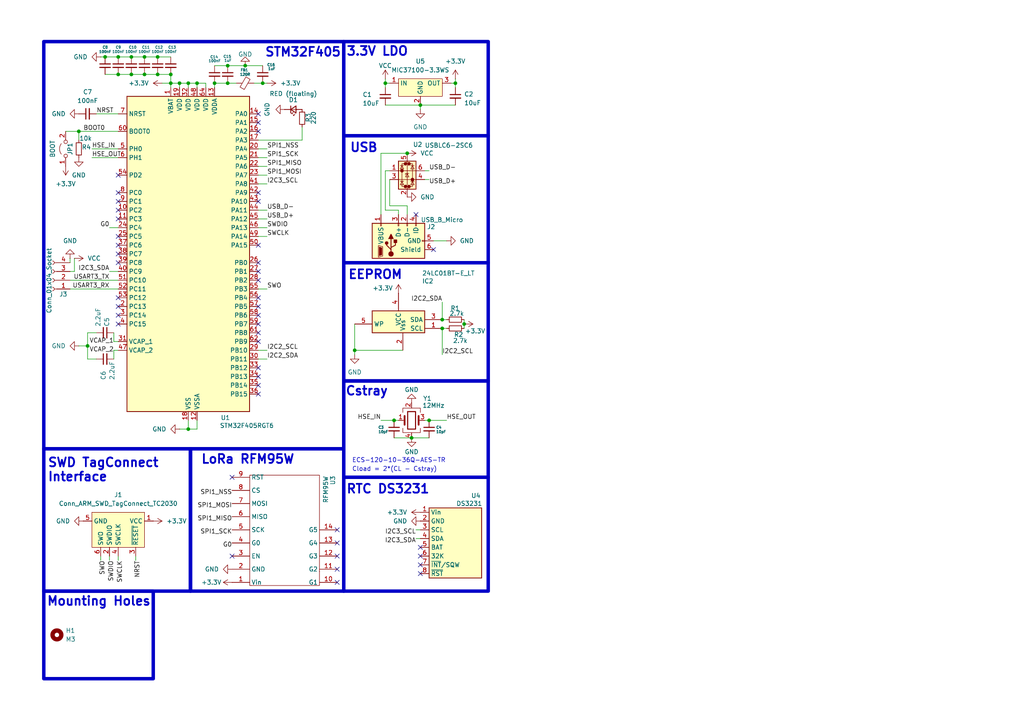
<source format=kicad_sch>
(kicad_sch (version 20250114) (generator "eeschema") (generator_version "9.0")
  (paper "A4")
  (lib_symbols
    (symbol "24LC01BT-E_LT:24LC01BT-E_LT"
      (property "Reference" "IC" (at 21.59 7.62 0))
      (property "Value" "24LC01BT-E_LT" (at 21.59 5.08 0))
      (symbol "24LC01BT-E_LT_1_1"
        (rectangle (start 5.08 2.54) (end 20.32 -3.81) (stroke (width 0.254)) (fill (type background)))
        (pin passive line (at 0 -1.27 0) (length 5.08) (name "WP") (number "5"))
        (pin passive line (at 12.7 7.62 270) (length 5.08) (name "VCC") (number "4"))
        (pin passive line (at 13.97 -8.89 90) (length 5.08) (name "Vss") (number "2"))
        (pin passive line (at 25.4 0 180) (length 5.08) (name "SDA") (number "3"))
        (pin passive line (at 25.4 -2.54 180) (length 5.08) (name "SCL") (number "1"))
      )
    )
    (symbol "Connector:Conn_01x04_Socket" (pin_names (offset 1.016) (hide yes))
      (property "Reference" "J" (at 0 5.08 0))
      (property "Value" "Conn_01x04_Socket" (at 0 -7.62 0))
      (symbol "Conn_01x04_Socket_1_1"
        (polyline (pts (xy -1.27 2.54) (xy -0.508 2.54)) (stroke (width 0.1524)))
        (polyline (pts (xy -1.27 0) (xy -0.508 0)) (stroke (width 0.1524)))
        (polyline (pts (xy -1.27 -2.54) (xy -0.508 -2.54)) (stroke (width 0.1524)))
        (polyline (pts (xy -1.27 -5.08) (xy -0.508 -5.08)) (stroke (width 0.1524)))
        (arc (start 0 2.032) (mid -0.5058 2.54) (end 0 3.048) (stroke (width 0.1524)))
        (arc (start 0 -0.508) (mid -0.5058 0) (end 0 0.508) (stroke (width 0.1524)))
        (arc (start 0 -3.048) (mid -0.5058 -2.54) (end 0 -2.032) (stroke (width 0.1524)))
        (arc (start 0 -5.588) (mid -0.5058 -5.08) (end 0 -4.572) (stroke (width 0.1524)))
        (pin passive line (at -5.08 2.54 0) (length 3.81) (name "Pin_1") (number "1"))
        (pin passive line (at -5.08 0 0) (length 3.81) (name "Pin_2") (number "2"))
        (pin passive line (at -5.08 -2.54 0) (length 3.81) (name "Pin_3") (number "3"))
        (pin passive line (at -5.08 -5.08 0) (length 3.81) (name "Pin_4") (number "4"))
      )
    )
    (symbol "Connector:Conn_ARM_SWD_TagConnect_TC2030" (in_bom no)
      (property "Reference" "J" (at 2.54 11.43 0))
      (property "Value" "Conn_ARM_SWD_TagConnect_TC2030" (at 5.08 8.89 0))
      (symbol "Conn_ARM_SWD_TagConnect_TC2030_0_0"
        (pin power_in line (at -2.54 10.16 270) (length 2.54) (name "VCC") (number "1"))
        (pin power_in line (at -2.54 -10.16 90) (length 2.54) (name "GND") (number "5"))
        (pin open_collector line (at 7.62 5.08 180) (length 2.54) (name "~{RESET}") (number "3"))
        (pin output line (at 7.62 0 180) (length 2.54) (name "SWCLK") (number "4"))
        (pin bidirectional line (at 7.62 -2.54 180) (length 2.54) (name "SWDIO") (number "2"))
        (pin input line (at 7.62 -5.08 180) (length 2.54) (name "SWO") (number "6"))
      )
      (symbol "Conn_ARM_SWD_TagConnect_TC2030_0_1"
        (rectangle (start -5.08 7.62) (end 5.08 -7.62) (fill (type background)))
      )
    )
    (symbol "Connector:USB_B_Micro" (pin_names (offset 1.016))
      (property "Reference" "J" (at -5.08 11.43 0))
      (property "Value" "USB_B_Micro" (at -5.08 8.89 0))
      (symbol "USB_B_Micro_0_1"
        (rectangle (start -5.08 -7.62) (end 5.08 7.62) (stroke (width 0.254)) (fill (type background)))
        (polyline (pts (xy -4.699 5.842) (xy -4.699 5.588) (xy -4.445 4.826) (xy -4.445 4.572) (xy -1.651 4.572) (xy -1.651 4.826) (xy -1.397 5.588) (xy -1.397 5.842) (xy -4.699 5.842)))
        (polyline (pts (xy -4.318 5.588) (xy -1.778 5.588) (xy -2.032 4.826) (xy -4.064 4.826) (xy -4.318 5.588)) (fill (type outline)))
        (circle (center -3.81 2.159) (radius 0.635) (stroke (width 0.254)) (fill (type outline)))
        (polyline (pts (xy -3.175 2.159) (xy -2.54 2.159) (xy -1.27 3.429) (xy -0.635 3.429)) (stroke (width 0.254)))
        (polyline (pts (xy -2.54 2.159) (xy -1.905 2.159) (xy -1.27 0.889) (xy 0 0.889)) (stroke (width 0.254)))
        (polyline (pts (xy -1.905 2.159) (xy 0.635 2.159)) (stroke (width 0.254)))
        (circle (center -0.635 3.429) (radius 0.381) (stroke (width 0.254)) (fill (type outline)))
        (rectangle (start -0.127 -7.62) (end 0.127 -6.858))
        (rectangle (start 0.254 1.27) (end -0.508 0.508) (stroke (width 0.254)) (fill (type outline)))
        (polyline (pts (xy 0.635 2.794) (xy 0.635 1.524) (xy 1.905 2.159) (xy 0.635 2.794)) (stroke (width 0.254)) (fill (type outline)))
        (rectangle (start 5.08 4.953) (end 4.318 5.207))
        (rectangle (start 5.08 -0.127) (end 4.318 0.127))
        (rectangle (start 5.08 -2.667) (end 4.318 -2.413))
        (rectangle (start 5.08 -5.207) (end 4.318 -4.953))
      )
      (symbol "USB_B_Micro_1_1"
        (pin passive line (at -2.54 -10.16 90) (length 2.54) (name "Shield") (number "6"))
        (pin power_out line (at 0 -10.16 90) (length 2.54) (name "GND") (number "5"))
        (pin power_out line (at 7.62 5.08 180) (length 2.54) (name "VBUS") (number "1"))
        (pin bidirectional line (at 7.62 0 180) (length 2.54) (name "D+") (number "3"))
        (pin bidirectional line (at 7.62 -2.54 180) (length 2.54) (name "D-") (number "2"))
        (pin passive line (at 7.62 -5.08 180) (length 2.54) (name "ID") (number "4"))
      )
    )
    (symbol "Device:C_Small" (pin_numbers (hide yes)) (pin_names (offset 0.254) (hide yes))
      (property "Reference" "C" (at 0.254 1.778 0))
      (property "Value" "C_Small" (at 0.254 -2.032 0))
      (symbol "C_Small_0_1"
        (polyline (pts (xy -1.524 0.508) (xy 1.524 0.508)) (stroke (width 0.3048)))
        (polyline (pts (xy -1.524 -0.508) (xy 1.524 -0.508)) (stroke (width 0.3302)))
      )
      (symbol "C_Small_1_1"
        (pin passive line (at 0 2.54 270) (length 2.032) (name "~") (number "1"))
        (pin passive line (at 0 -2.54 90) (length 2.032) (name "~") (number "2"))
      )
    )
    (symbol "Device:Crystal_GND24" (pin_names (offset 1.016) (hide yes))
      (property "Reference" "Y" (at 3.175 5.08 0))
      (property "Value" "Crystal_GND24" (at 3.175 3.175 0))
      (symbol "Crystal_GND24_0_1"
        (polyline (pts (xy -2.54 2.286) (xy -2.54 3.556) (xy 2.54 3.556) (xy 2.54 2.286)))
        (polyline (pts (xy -2.54 0) (xy -2.032 0)))
        (polyline (pts (xy -2.54 -2.286) (xy -2.54 -3.556) (xy 2.54 -3.556) (xy 2.54 -2.286)))
        (polyline (pts (xy -2.032 -1.27) (xy -2.032 1.27)) (stroke (width 0.508)))
        (rectangle (start -1.143 2.54) (end 1.143 -2.54) (stroke (width 0.3048)))
        (polyline (pts (xy 0 3.556) (xy 0 3.81)))
        (polyline (pts (xy 0 -3.81) (xy 0 -3.556)))
        (polyline (pts (xy 2.032 0) (xy 2.54 0)))
        (polyline (pts (xy 2.032 -1.27) (xy 2.032 1.27)) (stroke (width 0.508)))
      )
      (symbol "Crystal_GND24_1_1"
        (pin passive line (at -3.81 0 0) (length 1.27) (name "1") (number "1"))
        (pin passive line (at 0 5.08 270) (length 1.27) (name "2") (number "2"))
        (pin passive line (at 0 -5.08 90) (length 1.27) (name "4") (number "4"))
        (pin passive line (at 3.81 0 180) (length 1.27) (name "3") (number "3"))
      )
    )
    (symbol "Device:FerriteBead_Small" (pin_numbers (hide yes)) (pin_names (offset 0))
      (property "Reference" "FB" (at 1.905 1.27 0))
      (property "Value" "FerriteBead_Small" (at 1.905 -1.27 0))
      (symbol "FerriteBead_Small_0_1"
        (polyline (pts (xy -1.8288 0.2794) (xy -1.1176 1.4986) (xy 1.8288 -0.2032) (xy 1.1176 -1.4224) (xy -1.8288 0.2794)))
        (polyline (pts (xy 0 0.889) (xy 0 1.2954)))
        (polyline (pts (xy 0 -1.27) (xy 0 -0.7874)))
      )
      (symbol "FerriteBead_Small_1_1"
        (pin passive line (at 0 2.54 270) (length 1.27) (name "~") (number "1"))
        (pin passive line (at 0 -2.54 90) (length 1.27) (name "~") (number "2"))
      )
    )
    (symbol "Device:LED_Small" (pin_numbers (hide yes)) (pin_names (offset 0.254) (hide yes))
      (property "Reference" "D" (at -1.27 3.175 0))
      (property "Value" "LED_Small" (at -4.445 -2.54 0))
      (symbol "LED_Small_0_1"
        (polyline (pts (xy -0.762 -1.016) (xy -0.762 1.016)) (stroke (width 0.254)))
        (polyline (pts (xy 0 0.762) (xy -0.508 1.27) (xy -0.254 1.27) (xy -0.508 1.27) (xy -0.508 1.016)))
        (polyline (pts (xy 0.508 1.27) (xy 0 1.778) (xy 0.254 1.778) (xy 0 1.778) (xy 0 1.524)))
        (polyline (pts (xy 0.762 -1.016) (xy -0.762 0) (xy 0.762 1.016) (xy 0.762 -1.016)) (stroke (width 0.254)))
        (polyline (pts (xy 1.016 0) (xy -0.762 0)))
      )
      (symbol "LED_Small_1_1"
        (pin passive line (at -2.54 0 0) (length 1.778) (name "K") (number "1"))
        (pin passive line (at 2.54 0 180) (length 1.778) (name "A") (number "2"))
      )
    )
    (symbol "Device:R_Small" (pin_numbers (hide yes)) (pin_names (offset 0.254) (hide yes))
      (property "Reference" "R" (at 0.762 0.508 0))
      (property "Value" "R_Small" (at 0.762 -1.016 0))
      (symbol "R_Small_0_1"
        (rectangle (start -0.762 1.778) (end 0.762 -1.778) (stroke (width 0.2032)))
      )
      (symbol "R_Small_1_1"
        (pin passive line (at 0 2.54 270) (length 0.762) (name "~") (number "1"))
        (pin passive line (at 0 -2.54 90) (length 0.762) (name "~") (number "2"))
      )
    )
    (symbol "Jumper:Jumper_2_Open" (pin_names (offset 0) (hide yes))
      (property "Reference" "JP" (at 0 2.794 0))
      (property "Value" "Jumper_2_Open" (at 0 -2.286 0))
      (symbol "Jumper_2_Open_0_0"
        (circle (center -2.032 0) (radius 0.508))
        (circle (center 2.032 0) (radius 0.508))
      )
      (symbol "Jumper_2_Open_0_1"
        (arc (start -1.524 1.27) (mid 0 1.778) (end 1.524 1.27))
      )
      (symbol "Jumper_2_Open_1_1"
        (pin passive line (at -5.08 0 0) (length 2.54) (name "A") (number "1"))
        (pin passive line (at 5.08 0 180) (length 2.54) (name "B") (number "2"))
      )
    )
    (symbol "Library:MIC37100-3.3WS"
      (property "Reference" "U" (at 0 1.27 0))
      (property "Value" "MIC37100-3.3WS" (at 0 -1.27 0))
      (symbol "MIC37100-3.3WS_1_1"
        (rectangle (start -6.35 -2.54) (end 6.35 -7.62) (fill (type background)))
        (pin power_in line (at -8.89 -3.81 0) (length 2.54) (name "IN") (number "1"))
        (pin power_in line (at 0 -10.16 90) (length 2.54) (name "GND") (number "2"))
        (pin power_out line (at 8.89 -3.81 180) (length 2.54) (name "OUT") (number "3"))
      )
    )
    (symbol "MCU_ST_STM32F4:STM32F405RGTx"
      (property "Reference" "U" (at -17.78 46.99 0))
      (property "Value" "STM32F405RGTx" (at 10.16 46.99 0))
      (symbol "STM32F405RGTx_0_1"
        (rectangle (start -17.78 45.72) (end 17.78 -45.72) (stroke (width 0.254)) (fill (type background)))
      )
      (symbol "STM32F405RGTx_1_1"
        (pin input line (at -20.32 40.64 0) (length 2.54) (name "NRST") (number "7"))
        (pin input line (at -20.32 35.56 0) (length 2.54) (name "BOOT0") (number "60"))
        (pin bidirectional line (at -20.32 30.48 0) (length 2.54) (name "PH0") (number "5"))
        (pin bidirectional line (at -20.32 27.94 0) (length 2.54) (name "PH1") (number "6"))
        (pin bidirectional line (at -20.32 22.86 0) (length 2.54) (name "PD2") (number "54"))
        (pin bidirectional line (at -20.32 17.78 0) (length 2.54) (name "PC0") (number "8"))
        (pin bidirectional line (at -20.32 15.24 0) (length 2.54) (name "PC1") (number "9"))
        (pin bidirectional line (at -20.32 12.7 0) (length 2.54) (name "PC2") (number "10"))
        (pin bidirectional line (at -20.32 10.16 0) (length 2.54) (name "PC3") (number "11"))
        (pin bidirectional line (at -20.32 7.62 0) (length 2.54) (name "PC4") (number "24"))
        (pin bidirectional line (at -20.32 5.08 0) (length 2.54) (name "PC5") (number "25"))
        (pin bidirectional line (at -20.32 2.54 0) (length 2.54) (name "PC6") (number "37"))
        (pin bidirectional line (at -20.32 0 0) (length 2.54) (name "PC7") (number "38"))
        (pin bidirectional line (at -20.32 -2.54 0) (length 2.54) (name "PC8") (number "39"))
        (pin bidirectional line (at -20.32 -5.08 0) (length 2.54) (name "PC9") (number "40"))
        (pin bidirectional line (at -20.32 -7.62 0) (length 2.54) (name "PC10") (number "51"))
        (pin bidirectional line (at -20.32 -10.16 0) (length 2.54) (name "PC11") (number "52"))
        (pin bidirectional line (at -20.32 -12.7 0) (length 2.54) (name "PC12") (number "53"))
        (pin bidirectional line (at -20.32 -15.24 0) (length 2.54) (name "PC13") (number "2"))
        (pin bidirectional line (at -20.32 -17.78 0) (length 2.54) (name "PC14") (number "3"))
        (pin bidirectional line (at -20.32 -20.32 0) (length 2.54) (name "PC15") (number "4"))
        (pin power_out line (at -20.32 -25.4 0) (length 2.54) (name "VCAP_1") (number "31"))
        (pin power_out line (at -20.32 -27.94 0) (length 2.54) (name "VCAP_2") (number "47"))
        (pin power_in line (at -5.08 48.26 270) (length 2.54) (name "VBAT") (number "1"))
        (pin power_in line (at -2.54 48.26 270) (length 2.54) (name "VDD") (number "19"))
        (pin power_in line (at 0 48.26 270) (length 2.54) (name "VDD") (number "32"))
        (pin power_in line (at 0 -48.26 90) (length 2.54) (name "VSS") (number "18"))
        (pin passive line (at 0 -48.26 90) (length 2.54) (hide yes) (name "VSS") (number "63"))
        (pin power_in line (at 2.54 48.26 270) (length 2.54) (name "VDD") (number "48"))
        (pin power_in line (at 2.54 -48.26 90) (length 2.54) (name "VSSA") (number "12"))
        (pin power_in line (at 5.08 48.26 270) (length 2.54) (name "VDD") (number "64"))
        (pin power_in line (at 7.62 48.26 270) (length 2.54) (name "VDDA") (number "13"))
        (pin bidirectional line (at 20.32 40.64 180) (length 2.54) (name "PA0") (number "14"))
        (pin bidirectional line (at 20.32 38.1 180) (length 2.54) (name "PA1") (number "15"))
        (pin bidirectional line (at 20.32 35.56 180) (length 2.54) (name "PA2") (number "16"))
        (pin bidirectional line (at 20.32 33.02 180) (length 2.54) (name "PA3") (number "17"))
        (pin bidirectional line (at 20.32 30.48 180) (length 2.54) (name "PA4") (number "20"))
        (pin bidirectional line (at 20.32 27.94 180) (length 2.54) (name "PA5") (number "21"))
        (pin bidirectional line (at 20.32 25.4 180) (length 2.54) (name "PA6") (number "22"))
        (pin bidirectional line (at 20.32 22.86 180) (length 2.54) (name "PA7") (number "23"))
        (pin bidirectional line (at 20.32 20.32 180) (length 2.54) (name "PA8") (number "41"))
        (pin bidirectional line (at 20.32 17.78 180) (length 2.54) (name "PA9") (number "42"))
        (pin bidirectional line (at 20.32 15.24 180) (length 2.54) (name "PA10") (number "43"))
        (pin bidirectional line (at 20.32 12.7 180) (length 2.54) (name "PA11") (number "44"))
        (pin bidirectional line (at 20.32 10.16 180) (length 2.54) (name "PA12") (number "45"))
        (pin bidirectional line (at 20.32 7.62 180) (length 2.54) (name "PA13") (number "46"))
        (pin bidirectional line (at 20.32 5.08 180) (length 2.54) (name "PA14") (number "49"))
        (pin bidirectional line (at 20.32 2.54 180) (length 2.54) (name "PA15") (number "50"))
        (pin bidirectional line (at 20.32 -2.54 180) (length 2.54) (name "PB0") (number "26"))
        (pin bidirectional line (at 20.32 -5.08 180) (length 2.54) (name "PB1") (number "27"))
        (pin bidirectional line (at 20.32 -7.62 180) (length 2.54) (name "PB2") (number "28"))
        (pin bidirectional line (at 20.32 -10.16 180) (length 2.54) (name "PB3") (number "55"))
        (pin bidirectional line (at 20.32 -12.7 180) (length 2.54) (name "PB4") (number "56"))
        (pin bidirectional line (at 20.32 -15.24 180) (length 2.54) (name "PB5") (number "57"))
        (pin bidirectional line (at 20.32 -17.78 180) (length 2.54) (name "PB6") (number "58"))
        (pin bidirectional line (at 20.32 -20.32 180) (length 2.54) (name "PB7") (number "59"))
        (pin bidirectional line (at 20.32 -22.86 180) (length 2.54) (name "PB8") (number "61"))
        (pin bidirectional line (at 20.32 -25.4 180) (length 2.54) (name "PB9") (number "62"))
        (pin bidirectional line (at 20.32 -27.94 180) (length 2.54) (name "PB10") (number "29"))
        (pin bidirectional line (at 20.32 -30.48 180) (length 2.54) (name "PB11") (number "30"))
        (pin bidirectional line (at 20.32 -33.02 180) (length 2.54) (name "PB12") (number "33"))
        (pin bidirectional line (at 20.32 -35.56 180) (length 2.54) (name "PB13") (number "34"))
        (pin bidirectional line (at 20.32 -38.1 180) (length 2.54) (name "PB14") (number "35"))
        (pin bidirectional line (at 20.32 -40.64 180) (length 2.54) (name "PB15") (number "36"))
      )
    )
    (symbol "Mechanical:MountingHole" (pin_names (offset 1.016))
      (property "Reference" "H" (at 0 5.08 0))
      (property "Value" "MountingHole" (at 0 3.175 0))
      (symbol "MountingHole_0_1"
        (circle (center 0 0) (radius 1.27) (stroke (width 1.27)))
      )
    )
    (symbol "Power_Protection:USBLC6-2SC6" (pin_names (hide yes))
      (property "Reference" "U" (at 0.635 5.715 0))
      (property "Value" "USBLC6-2SC6" (at 0.635 3.81 0))
      (symbol "USBLC6-2SC6_0_0"
        (circle (center -1.524 0) (radius 0.0001) (stroke (width 0.508)))
        (circle (center -0.508 2.032) (radius 0.0001) (stroke (width 0.508)))
        (circle (center -0.508 -4.572) (radius 0.0001) (stroke (width 0.508)))
        (circle (center 0.508 2.032) (radius 0.0001) (stroke (width 0.508)))
        (circle (center 0.508 -4.572) (radius 0.0001) (stroke (width 0.508)))
        (circle (center 1.524 -2.54) (radius 0.0001) (stroke (width 0.508)))
      )
      (symbol "USBLC6-2SC6_0_1"
        (polyline (pts (xy -2.54 0) (xy 2.54 0)))
        (polyline (pts (xy -2.54 -2.54) (xy 2.54 -2.54)))
        (polyline (pts (xy -2.032 0.508) (xy -1.016 0.508) (xy -1.524 1.524) (xy -2.032 0.508)))
        (polyline (pts (xy -2.032 -3.048) (xy -1.016 -3.048)))
        (polyline (pts (xy -1.016 1.524) (xy -2.032 1.524)))
        (polyline (pts (xy -1.016 -4.064) (xy -2.032 -4.064) (xy -1.524 -3.048) (xy -1.016 -4.064)))
        (polyline (pts (xy -0.508 -1.143) (xy -0.508 -0.762) (xy 0.508 -0.762)))
        (polyline (pts (xy 0 2.54) (xy -0.508 2.032) (xy 0.508 2.032) (xy 0 1.524) (xy 0 -4.064) (xy -0.508 -4.572) (xy 0.508 -4.572) (xy 0 -5.08)))
        (polyline (pts (xy 0.508 -1.778) (xy -0.508 -1.778) (xy 0 -0.762) (xy 0.508 -1.778)))
        (polyline (pts (xy 1.016 1.524) (xy 2.032 1.524)))
        (polyline (pts (xy 1.016 -3.048) (xy 2.032 -3.048)))
        (polyline (pts (xy 2.032 0.508) (xy 1.016 0.508) (xy 1.524 1.524) (xy 2.032 0.508)))
        (polyline (pts (xy 2.032 -4.064) (xy 1.016 -4.064) (xy 1.524 -3.048) (xy 2.032 -4.064)))
      )
      (symbol "USBLC6-2SC6_1_1"
        (rectangle (start -2.54 2.794) (end 2.54 -5.334) (stroke (width 0.254)) (fill (type background)))
        (polyline (pts (xy -0.508 2.032) (xy -1.524 2.032) (xy -1.524 -4.572) (xy -0.508 -4.572)))
        (polyline (pts (xy 0.508 -4.572) (xy 1.524 -4.572) (xy 1.524 2.032) (xy 0.508 2.032)))
        (pin passive line (at -5.08 0 0) (length 2.54) (name "I/O1") (number "1"))
        (pin passive line (at -5.08 -2.54 0) (length 2.54) (name "I/O2") (number "3"))
        (pin passive line (at 0 5.08 270) (length 2.54) (name "VBUS") (number "5"))
        (pin passive line (at 0 -7.62 90) (length 2.54) (name "GND") (number "2"))
        (pin passive line (at 5.08 0 180) (length 2.54) (name "I/O1") (number "6"))
        (pin passive line (at 5.08 -2.54 180) (length 2.54) (name "I/O2") (number "4"))
      )
    )
    (symbol "Timer_RTC:DS3231M"
      (property "Reference" "U" (at -7.62 8.89 0))
      (property "Value" "DS3231" (at 10.16 8.89 0))
      (symbol "DS3231M_0_1"
        (rectangle (start -10.16 7.62) (end 10.16 -7.62) (stroke (width 0.254)) (fill (type background)))
      )
      (symbol "DS3231M_1_1"
        (pin power_in line (at -8.89 -10.16 90) (length 2.54) (name "Vin") (number "1"))
        (pin passive line (at -6.35 -10.16 90) (length 2.54) (name "GND") (number "2"))
        (pin input line (at -3.81 -10.16 90) (length 2.54) (name "SCL") (number "3"))
        (pin bidirectional line (at -1.27 -10.16 90) (length 2.54) (name "SDA") (number "4"))
        (pin power_in line (at 1.27 -10.16 90) (length 2.54) (name "BAT") (number "5"))
        (pin open_collector line (at 3.81 -10.16 90) (length 2.54) (name "32K") (number "6"))
        (pin open_collector line (at 6.35 -10.16 90) (length 2.54) (name "~{INT}/SQW") (number "7"))
        (pin bidirectional line (at 8.89 -10.16 90) (length 2.54) (name "~{RST}") (number "8"))
      )
    )
    (symbol "power:+3.3V" (power) (pin_numbers (hide yes)) (pin_names (offset 0) (hide yes))
      (property "Value" "+3.3V" (at 0 3.556 0))
      (symbol "+3.3V_0_1"
        (polyline (pts (xy -0.762 1.27) (xy 0 2.54)))
        (polyline (pts (xy 0 2.54) (xy 0.762 1.27)))
        (polyline (pts (xy 0 0) (xy 0 2.54)))
      )
      (symbol "+3.3V_1_1"
        (pin power_in line (at 0 0 90) (length 0) (name "~") (number "1"))
      )
    )
    (symbol "power:GND" (power) (pin_numbers (hide yes)) (pin_names (offset 0) (hide yes))
      (property "Value" "GND" (at 0 -3.81 0))
      (symbol "GND_0_1"
        (polyline (pts (xy 0 0) (xy 0 -1.27) (xy 1.27 -1.27) (xy 0 -2.54) (xy -1.27 -1.27) (xy 0 -1.27)))
      )
      (symbol "GND_1_1"
        (pin power_in line (at 0 0 270) (length 0) (name "~") (number "1"))
      )
    )
    (symbol "power:VCC" (power) (pin_numbers (hide yes)) (pin_names (offset 0) (hide yes))
      (property "Value" "VCC" (at 0 3.556 0))
      (symbol "VCC_0_1"
        (polyline (pts (xy -0.762 1.27) (xy 0 2.54)))
        (polyline (pts (xy 0 2.54) (xy 0.762 1.27)))
        (polyline (pts (xy 0 0) (xy 0 2.54)))
      )
      (symbol "VCC_1_1"
        (pin power_in line (at 0 0 90) (length 0) (name "~") (number "1"))
      )
    )
    (symbol "rfm69hcw_1:RFM69HCW_1"
      (property "Value" "RFM95W" (at 10.668 14.478 0))
      (symbol "RFM69HCW_1_0_1"
        (polyline (pts (xy -10.1092 15.8496) (xy -9.7028 15.8496)))
        (polyline (pts (xy -10.1092 15.8496) (xy -10.1092 12.6492) (xy -10.1092 9.5504) (xy -10.1092 6.4516) (xy -10.1092 3.3528) (xy -10.1092 0.4572) (xy -10.1092 -2.54) (xy -10.1092 -5.08) (xy -10.1092 -8.4328) (xy -10.1092 -12.0904) (xy -10.1092 -16.1036)))
        (polyline (pts (xy -10.1092 -16.1544) (xy -9.7028 -16.1544)))
        (polyline (pts (xy -9.7028 15.8496) (xy 9.652 15.8496) (xy 8.636 15.8496)))
        (polyline (pts (xy 9.652 15.8496) (xy 10.1092 15.8496)))
        (polyline (pts (xy 10.1092 -12.0396) (xy 10.1092 -16.1544) (xy -9.7028 -16.1544) (xy -8.5344 -16.1544)))
        (polyline (pts (xy 10.1092 -12.0904) (xy 10.1092 -9.4488) (xy 10.1092 -6.7056) (xy 10.1092 -3.6068) (xy 10.1092 -0.762) (xy 10.1092 8.9408) (xy 10.1092 15.7988)))
      )
      (symbol "RFM69HCW_1_1_1"
        (pin input line (at -15.24 15.24 0) (length 5.08) (name "RST") (number "9"))
        (pin input line (at -15.24 11.43 0) (length 5.08) (name "CS") (number "8"))
        (pin input line (at -15.24 7.62 0) (length 5.08) (name "MOSI") (number "7"))
        (pin output line (at -15.24 3.81 0) (length 5.08) (name "MISO") (number "6"))
        (pin input line (at -15.24 0 0) (length 5.08) (name "SCK") (number "5"))
        (pin output line (at -15.24 -3.81 0) (length 5.08) (name "G0") (number "4"))
        (pin power_in line (at -15.24 -7.62 0) (length 5.08) (name "EN") (number "3"))
        (pin power_in line (at -15.24 -11.43 0) (length 5.08) (name "GND") (number "2"))
        (pin power_in line (at -15.24 -15.24 0) (length 5.08) (name "Vin") (number "1"))
        (pin output line (at 15.24 0 180) (length 5.08) (name "G5") (number "14"))
        (pin output line (at 15.24 -3.81 180) (length 5.08) (name "G4") (number "13"))
        (pin output line (at 15.24 -7.62 180) (length 5.08) (name "G3") (number "12"))
        (pin output line (at 15.24 -11.43 180) (length 5.08) (name "G2") (number "11"))
        (pin output line (at 15.24 -15.24 180) (length 5.08) (name "G1") (number "10"))
      )
    )
  )
  (rectangle (start 99.695 110.49) (end 141.605 138.43) (stroke (width 1)))
  (rectangle (start 12.7 130.175) (end 55.245 171.45) (stroke (width 1)))
  (rectangle (start 12.7 171.45) (end 44.45 196.85) (stroke (width 1)))
  (rectangle (start 99.695 39.37) (end 141.605 76.2) (stroke (width 1)))
  (rectangle (start 12.7 12.065) (end 99.695 130.175) (stroke (width 1)))
  (rectangle (start 99.695 76.2) (end 141.605 110.49) (stroke (width 1)))
  (rectangle (start 99.695 138.43) (end 141.605 171.45) (stroke (width 1)))
  (rectangle (start 55.245 130.175) (end 99.695 171.45) (stroke (width 1)))
  (rectangle (start 99.695 12.065) (end 141.605 39.37) (stroke (width 1)))
  (text "STM32F405" (at 76.708 16.764 0) (effects (font (size 2.56 2.56) (thickness 0.512) (bold yes)) (justify left bottom)))
  (text "Cload = 2*(CL - Cstray)" (at 102.108 136.906 0) (effects (font (size 1.27 1.27)) (justify left bottom)))
  (text "EEPROM" (at 100.838 81.28 0) (effects (font (size 2.56 2.56) (thickness 0.512) (bold yes)) (justify left bottom)))
  (text "Mounting Holes" (at 13.462 176.022 0) (effects (font (size 2.56 2.56) (thickness 0.512) (bold yes)) (justify left bottom)))
  (text "3.3V LDO" (at 100.33 16.51 0) (effects (font (size 2.56 2.56) (thickness 0.512) (bold yes)) (justify left bottom)))
  (text "ECS-120-10-36Q-AES-TR" (at 102.108 134.366 0) (effects (font (size 1.27 1.27)) (justify left bottom)))
  (text "SWD TagConnect\nInterface" (at 13.716 139.954 0) (effects (font (size 2.56 2.56) (thickness 0.512) (bold yes)) (justify left bottom)))
  (text "LoRa RFM95W" (at 71.882 133.35 0) (effects (font (size 2.56 2.56) (thickness 0.512) (bold yes))))
  (text "USB" (at 101.346 44.45 0) (effects (font (size 2.56 2.56) (thickness 0.512) (bold yes)) (justify left bottom)))
  (text "Cstray" (at 100.076 115.062 0) (effects (font (size 2.56 2.56) (thickness 0.512) (bold yes)) (justify left bottom)))
  (text "RTC DS3231\n" (at 112.522 141.986 0) (effects (font (size 2.56 2.56) (thickness 0.512) (bold yes))))
  (junction (at 22.86 38.1))
  (junction (at 114.3 121.92))
  (junction (at 41.91 16.51))
  (junction (at 128.27 92.71))
  (junction (at 25.4 100.33))
  (junction (at 134.62 93.98))
  (junction (at 66.04 19.05))
  (junction (at 38.1 16.51))
  (junction (at 102.87 101.6))
  (junction (at 132.08 24.13))
  (junction (at 66.04 24.13))
  (junction (at 121.92 30.48))
  (junction (at 54.61 124.46))
  (junction (at 52.07 24.13))
  (junction (at 76.2 24.13))
  (junction (at 57.15 24.13))
  (junction (at 54.61 24.13))
  (junction (at 34.29 21.59))
  (junction (at 118.11 44.45))
  (junction (at 124.46 121.92))
  (junction (at 41.91 21.59))
  (junction (at 62.23 24.13))
  (junction (at 49.53 24.13))
  (junction (at 111.76 24.13))
  (junction (at 49.53 21.59))
  (junction (at 38.1 21.59))
  (junction (at 119.38 127))
  (junction (at 45.72 16.51))
  (junction (at 30.48 16.51))
  (junction (at 45.72 21.59))
  (junction (at 34.29 16.51))
  (junction (at 128.27 95.25))
  (junction (at 71.12 19.05))
  (no_connect (at 121.92 166.37))
  (no_connect (at 34.29 58.42))
  (no_connect (at 34.29 50.8))
  (no_connect (at 74.93 35.56))
  (no_connect (at 97.79 161.29))
  (no_connect (at 34.29 63.5))
  (no_connect (at 34.29 55.88))
  (no_connect (at 67.31 161.29))
  (no_connect (at 74.93 99.06))
  (no_connect (at 74.93 76.2))
  (no_connect (at 125.73 72.39))
  (no_connect (at 97.79 168.91))
  (no_connect (at 74.93 58.42))
  (no_connect (at 74.93 78.74))
  (no_connect (at 74.93 81.28))
  (no_connect (at 34.29 71.12))
  (no_connect (at 74.93 96.52))
  (no_connect (at 74.93 91.44))
  (no_connect (at 34.29 60.96))
  (no_connect (at 97.79 165.1))
  (no_connect (at 34.29 93.98))
  (no_connect (at 74.93 114.3))
  (no_connect (at 34.29 86.36))
  (no_connect (at 97.79 153.67))
  (no_connect (at 34.29 73.66))
  (no_connect (at 120.65 62.23))
  (no_connect (at 74.93 106.68))
  (no_connect (at 74.93 71.12))
  (no_connect (at 121.92 163.83))
  (no_connect (at 74.93 111.76))
  (no_connect (at 74.93 88.9))
  (no_connect (at 34.29 88.9))
  (no_connect (at 67.31 138.43))
  (no_connect (at 74.93 109.22))
  (no_connect (at 74.93 55.88))
  (no_connect (at 74.93 86.36))
  (no_connect (at 74.93 33.02))
  (no_connect (at 121.92 161.29))
  (no_connect (at 121.92 158.75))
  (no_connect (at 74.93 38.1))
  (no_connect (at 97.79 157.48))
  (no_connect (at 34.29 91.44))
  (no_connect (at 34.29 76.2))
  (no_connect (at 34.29 68.58))
  (no_connect (at 74.93 93.98))
  (wire (pts (xy 25.4 104.14) (xy 27.94 104.14)))
  (wire (pts (xy 41.91 16.51) (xy 45.72 16.51)))
  (wire (pts (xy 54.61 24.13) (xy 52.07 24.13)))
  (wire (pts (xy 52.07 24.13) (xy 52.07 25.4)))
  (wire (pts (xy 25.4 100.33) (xy 25.4 104.14)))
  (wire (pts (xy 102.87 101.6) (xy 102.87 102.87)))
  (wire (pts (xy 121.92 31.75) (xy 121.92 30.48)))
  (wire (pts (xy 114.3 127) (xy 119.38 127)))
  (wire (pts (xy 49.53 21.59) (xy 49.53 24.13)))
  (wire (pts (xy 71.12 19.05) (xy 76.2 19.05)))
  (wire (pts (xy 74.93 83.82) (xy 77.47 83.82)))
  (wire (pts (xy 33.02 96.52) (xy 33.02 99.06)))
  (wire (pts (xy 74.93 45.72) (xy 77.47 45.72)))
  (wire (pts (xy 66.04 24.13) (xy 68.58 24.13)))
  (wire (pts (xy 123.19 52.07) (xy 124.46 52.07)))
  (wire (pts (xy 59.69 24.13) (xy 57.15 24.13)))
  (wire (pts (xy 134.62 93.98) (xy 134.62 95.25)))
  (wire (pts (xy 29.21 161.29) (xy 29.21 162.56)))
  (wire (pts (xy 41.91 21.59) (xy 45.72 21.59)))
  (wire (pts (xy 34.29 101.6) (xy 33.02 101.6)))
  (wire (pts (xy 54.61 25.4) (xy 54.61 24.13)))
  (wire (pts (xy 66.04 19.05) (xy 71.12 19.05)))
  (wire (pts (xy 34.29 161.29) (xy 34.29 162.56)))
  (wire (pts (xy 22.86 40.64) (xy 22.86 38.1)))
  (wire (pts (xy 74.93 68.58) (xy 77.47 68.58)))
  (wire (pts (xy 130.81 24.13) (xy 132.08 24.13)))
  (wire (pts (xy 73.66 24.13) (xy 76.2 24.13)))
  (wire (pts (xy 128.27 87.63) (xy 128.27 92.71)))
  (wire (pts (xy 54.61 24.13) (xy 57.15 24.13)))
  (wire (pts (xy 26.67 45.72) (xy 34.29 45.72)))
  (wire (pts (xy 74.93 43.18) (xy 77.47 43.18)))
  (wire (pts (xy 102.87 101.6) (xy 116.84 101.6)))
  (wire (pts (xy 29.21 16.51) (xy 30.48 16.51)))
  (wire (pts (xy 111.76 24.13) (xy 113.03 24.13)))
  (wire (pts (xy 129.54 92.71) (xy 128.27 92.71)))
  (wire (pts (xy 74.93 66.04) (xy 77.47 66.04)))
  (wire (pts (xy 132.08 24.13) (xy 132.08 25.4)))
  (wire (pts (xy 52.07 124.46) (xy 54.61 124.46)))
  (wire (pts (xy 25.4 96.52) (xy 27.94 96.52)))
  (wire (pts (xy 30.48 21.59) (xy 34.29 21.59)))
  (wire (pts (xy 20.32 81.28) (xy 34.29 81.28)))
  (wire (pts (xy 34.29 16.51) (xy 38.1 16.51)))
  (wire (pts (xy 110.49 62.23) (xy 110.49 44.45)))
  (wire (pts (xy 49.53 24.13) (xy 52.07 24.13)))
  (wire (pts (xy 74.93 40.64) (xy 87.63 40.64)))
  (wire (pts (xy 22.86 38.1) (xy 34.29 38.1)))
  (wire (pts (xy 59.69 25.4) (xy 59.69 24.13)))
  (wire (pts (xy 129.54 95.25) (xy 128.27 95.25)))
  (wire (pts (xy 119.38 127) (xy 124.46 127)))
  (wire (pts (xy 124.46 121.92) (xy 129.54 121.92)))
  (wire (pts (xy 33.02 99.06) (xy 34.29 99.06)))
  (wire (pts (xy 21.59 78.74) (xy 20.32 78.74)))
  (wire (pts (xy 31.75 162.56) (xy 31.75 161.29)))
  (wire (pts (xy 132.08 22.86) (xy 132.08 24.13)))
  (wire (pts (xy 74.93 60.96) (xy 77.47 60.96)))
  (wire (pts (xy 115.57 60.96) (xy 111.76 60.96)))
  (wire (pts (xy 54.61 124.46) (xy 57.15 124.46)))
  (wire (pts (xy 134.62 92.71) (xy 134.62 93.98)))
  (wire (pts (xy 46.99 24.13) (xy 49.53 24.13)))
  (wire (pts (xy 49.53 25.4) (xy 49.53 24.13)))
  (wire (pts (xy 39.37 161.29) (xy 39.37 162.56)))
  (wire (pts (xy 74.93 101.6) (xy 77.47 101.6)))
  (wire (pts (xy 74.93 48.26) (xy 77.47 48.26)))
  (wire (pts (xy 118.11 62.23) (xy 118.11 59.69)))
  (wire (pts (xy 57.15 121.92) (xy 57.15 124.46)))
  (wire (pts (xy 34.29 21.59) (xy 38.1 21.59)))
  (wire (pts (xy 113.03 52.07) (xy 113.03 59.69)))
  (wire (pts (xy 20.32 83.82) (xy 34.29 83.82)))
  (wire (pts (xy 57.15 25.4) (xy 57.15 24.13)))
  (wire (pts (xy 110.49 44.45) (xy 118.11 44.45)))
  (wire (pts (xy 31.75 66.04) (xy 34.29 66.04)))
  (wire (pts (xy 45.72 21.59) (xy 49.53 21.59)))
  (wire (pts (xy 111.76 60.96) (xy 111.76 49.53)))
  (wire (pts (xy 120.65 156.21) (xy 121.92 156.21)))
  (wire (pts (xy 54.61 121.92) (xy 54.61 124.46)))
  (wire (pts (xy 31.75 78.74) (xy 34.29 78.74)))
  (wire (pts (xy 111.76 25.4) (xy 111.76 24.13)))
  (wire (pts (xy 120.65 153.67) (xy 121.92 153.67)))
  (wire (pts (xy 110.49 121.92) (xy 114.3 121.92)))
  (wire (pts (xy 38.1 21.59) (xy 41.91 21.59)))
  (wire (pts (xy 114.3 121.92) (xy 115.57 121.92)))
  (wire (pts (xy 111.76 30.48) (xy 121.92 30.48)))
  (wire (pts (xy 87.63 40.64) (xy 87.63 36.83)))
  (wire (pts (xy 125.73 69.85) (xy 129.54 69.85)))
  (wire (pts (xy 121.92 30.48) (xy 132.08 30.48)))
  (wire (pts (xy 62.23 24.13) (xy 66.04 24.13)))
  (wire (pts (xy 30.48 16.51) (xy 34.29 16.51)))
  (wire (pts (xy 38.1 16.51) (xy 41.91 16.51)))
  (wire (pts (xy 128.27 95.25) (xy 128.27 102.87)))
  (wire (pts (xy 20.32 74.93) (xy 20.32 76.2)))
  (wire (pts (xy 74.93 104.14) (xy 77.47 104.14)))
  (wire (pts (xy 33.02 101.6) (xy 33.02 104.14)))
  (wire (pts (xy 123.19 121.92) (xy 124.46 121.92)))
  (wire (pts (xy 111.76 22.86) (xy 111.76 24.13)))
  (wire (pts (xy 21.59 74.93) (xy 21.59 78.74)))
  (wire (pts (xy 22.86 100.33) (xy 25.4 100.33)))
  (wire (pts (xy 27.94 33.02) (xy 34.29 33.02)))
  (wire (pts (xy 102.87 93.98) (xy 102.87 101.6)))
  (wire (pts (xy 19.05 38.1) (xy 22.86 38.1)))
  (wire (pts (xy 113.03 59.69) (xy 118.11 59.69)))
  (wire (pts (xy 26.67 43.18) (xy 34.29 43.18)))
  (wire (pts (xy 115.57 62.23) (xy 115.57 60.96)))
  (wire (pts (xy 111.76 49.53) (xy 113.03 49.53)))
  (wire (pts (xy 74.93 63.5) (xy 77.47 63.5)))
  (wire (pts (xy 62.23 19.05) (xy 66.04 19.05)))
  (wire (pts (xy 25.4 96.52) (xy 25.4 100.33)))
  (wire (pts (xy 45.72 16.51) (xy 49.53 16.51)))
  (wire (pts (xy 62.23 24.13) (xy 62.23 25.4)))
  (wire (pts (xy 123.19 49.53) (xy 124.46 49.53)))
  (wire (pts (xy 76.2 24.13) (xy 77.47 24.13)))
  (wire (pts (xy 74.93 53.34) (xy 77.47 53.34)))
  (wire (pts (xy 74.93 50.8) (xy 77.47 50.8)))
  (label "SPI1_NSS" (at 77.47 43.18 0))
  (label "SPI1_MISO" (at 77.47 48.26 0))
  (label "I2C3_SDA" (at 120.65 156.21 180))
  (label "SWO" (at 29.21 162.56 270))
  (label "SPI1_MOSI" (at 77.47 50.8 0))
  (label "SWCLK" (at 34.29 162.56 270))
  (label "HSE_OUT" (at 129.54 121.92 0))
  (label "NRST" (at 30.48 33.02 0))
  (label "HSE_IN" (at 26.67 43.18 0))
  (label "USB_D-" (at 124.46 49.53 0))
  (label "I2C2_SCL" (at 128.27 102.87 0))
  (label "HSE_IN" (at 110.49 121.92 180))
  (label "I2C2_SDA" (at 128.27 87.63 180))
  (label "SWDIO" (at 77.47 66.04 0))
  (label "I2C3_SCL" (at 120.65 153.67 180))
  (label "G0" (at 31.75 66.04 180))
  (label "VCAP_2" (at 33.02 101.6 180))
  (label "I2C3_SCL" (at 77.47 53.34 0))
  (label "I2C2_SDA" (at 77.47 104.14 0))
  (label "I2C2_SCL" (at 77.47 101.6 0))
  (label "USB_D+" (at 77.47 63.5 0))
  (label "SWO" (at 77.47 83.82 0))
  (label "SPI1_SCK" (at 77.47 45.72 0))
  (label "SPI1_SCK" (at 67.31 153.67 180))
  (label "I2C3_SDA" (at 31.75 78.74 180))
  (label "BOOT0" (at 30.48 38.1 180))
  (label "HSE_OUT" (at 26.67 45.72 0))
  (label "SWDIO" (at 31.75 162.56 270))
  (label "SWCLK" (at 77.47 68.58 0))
  (label "SPI1_MISO" (at 67.31 149.86 180))
  (label "USART3_TX" (at 31.75 81.28 180))
  (label "USART3_RX" (at 31.75 83.82 180))
  (label "G0" (at 67.31 157.48 180))
  (label "USB_D-" (at 77.47 60.96 0))
  (label "SPI1_MOSI" (at 67.31 146.05 180))
  (label "SPI1_NSS" (at 67.31 142.24 180))
  (label "USB_D+" (at 124.46 52.07 0))
  (label "NRST" (at 39.37 162.56 270))
  (label "VCAP_1" (at 33.02 99.06 180))
  (symbol (lib_id "Device:C_Small") (at 76.2 21.59 0) (unit 1)
    (property "Reference" "C16" (at 77.47 18.796 0) (effects (font (size 0.75 0.75)) (justify left)))
    (property "Value" "1uF" (at 77.724 19.9327 0) (effects (font (size 0.75 0.75)) (justify left)))
    (property "Footprint" "Capacitor_SMD:C_0603_1608Metric" (effects (hide yes)))
  )
  (symbol (lib_id "power:GND") (at 29.21 16.51 270) (unit 1)
    (property "Reference" "#PWR023" (effects (hide yes)))
    (property "Value" "GND" (at 25.4 16.5099 90) (effects (justify right)))
    (property "Description" "Power symbol creates a global label with name \"GND\" , ground" (effects (hide yes)))
  )
  (symbol (lib_id "power:GND") (at 20.32 74.93 180) (unit 1)
    (property "Reference" "#PWR029" (effects (hide yes)))
    (property "Value" "GND" (at 20.32 69.85 0))
    (property "Description" "Power symbol creates a global label with name \"GND\" , ground" (effects (hide yes)))
  )
  (symbol (lib_id "power:+3.3V") (at 19.05 48.26 180) (unit 1)
    (property "Reference" "#PWR020" (effects (hide yes)))
    (property "Value" "+3.3V" (at 19.05 53.34 0))
  )
  (symbol (lib_id "Device:R_Small") (at 22.86 43.18 0) (mirror x) (unit 1)
    (property "Reference" "R4" (at 26.416 42.672 0) (effects (justify right)))
    (property "Value" "10k" (at 26.67 40.132 0) (effects (justify right)))
    (property "Footprint" "Resistor_SMD:R_0805_2012Metric" (effects (hide yes)))
  )
  (symbol (lib_id "Timer_RTC:DS3231M") (at 132.08 157.48 270) (unit 1)
    (property "Reference" "U4" (at 136.652 143.764 90) (effects (justify left)))
    (property "Value" "DS3231" (at 132.334 146.05 90) (effects (justify left)))
    (property "Footprint" "LocalFootprintLibrary:DS3231" (effects (hide yes)))
    (property "Datasheet" "http://datasheets.maximintegrated.com/en/ds/DS3231.pdf" (effects (hide yes)))
    (property "Description" "Extremely Accurate I2C-Integrated RTC/TCXO/Crystal SOIC-16" (effects (hide yes)))
  )
  (symbol (lib_id "power:GND") (at 119.38 116.84 180) (unit 1)
    (property "Reference" "#PWR010" (effects (hide yes)))
    (property "Value" "GND" (at 119.38 113.03 0))
    (property "Description" "Power symbol creates a global label with name \"GND\" , ground" (effects (hide yes)))
  )
  (symbol (lib_id "power:GND") (at 24.13 151.13 270) (unit 1)
    (property "Reference" "#PWR014" (effects (hide yes)))
    (property "Value" "GND" (at 20.32 151.1299 90) (effects (justify right)))
    (property "Description" "Power symbol creates a global label with name \"GND\" , ground" (effects (hide yes)))
  )
  (symbol (lib_id "power:VCC") (at 111.76 22.86 0) (unit 1)
    (property "Reference" "#PWR04" (effects (hide yes)))
    (property "Value" "VCC" (at 111.76 19.05 0))
  )
  (symbol (lib_id "Device:C_Small") (at 124.46 124.46 0) (unit 1)
    (property "Reference" "C4" (at 126.492 123.952 0) (effects (font (size 0.75 0.75)) (justify left)))
    (property "Value" "10pF" (at 126.492 125.222 0) (effects (font (size 0.75 0.75)) (justify left)))
    (property "Footprint" "Capacitor_SMD:C_0402_1005Metric" (effects (hide yes)))
  )
  (symbol (lib_id "Device:C_Small") (at 49.53 19.05 0) (unit 1)
    (property "Reference" "C13" (at 48.768 13.716 0) (effects (font (size 0.75 0.75)) (justify left)))
    (property "Value" "100nF" (at 47.752 14.986 0) (effects (font (size 0.75 0.75)) (justify left)))
    (property "Footprint" "Capacitor_SMD:C_0402_1005Metric" (effects (hide yes)))
  )
  (symbol (lib_id "Device:C_Small") (at 30.48 19.05 0) (unit 1)
    (property "Reference" "C8" (at 29.718 13.716 0) (effects (font (size 0.75 0.75)) (justify left)))
    (property "Value" "100nF" (at 28.702 14.986 0) (effects (font (size 0.75 0.75)) (justify left)))
    (property "Footprint" "Capacitor_SMD:C_0402_1005Metric" (effects (hide yes)))
  )
  (symbol (lib_id "Device:C_Small") (at 66.04 21.59 0) (unit 1)
    (property "Reference" "C15" (at 64.77 16.3893 0) (effects (font (size 0.75 0.75)) (justify left)))
    (property "Value" "1uF" (at 65.024 17.526 0) (effects (font (size 0.75 0.75)) (justify left)))
    (property "Footprint" "Capacitor_SMD:C_0603_1608Metric" (effects (hide yes)))
  )
  (symbol (lib_id "Device:C_Small") (at 38.1 19.05 0) (unit 1)
    (property "Reference" "C10" (at 37.338 13.716 0) (effects (font (size 0.75 0.75)) (justify left)))
    (property "Value" "100nF" (at 36.322 14.986 0) (effects (font (size 0.75 0.75)) (justify left)))
    (property "Footprint" "Capacitor_SMD:C_0402_1005Metric" (effects (hide yes)))
  )
  (symbol (lib_id "Mechanical:MountingHole") (at 16.51 184.15 0) (unit 1)
    (property "Reference" "H1" (at 19.05 182.88 0) (effects (justify left)))
    (property "Value" "M3" (at 19.05 185.42 0) (effects (justify left)))
    (property "Footprint" "MountingHole:MountingHole_3.2mm_M3" (effects (hide yes)))
  )
  (symbol (lib_id "Library:MIC37100-3.3WS") (at 121.92 20.32 0) (unit 1)
    (property "Reference" "U5" (at 121.92 17.78 0))
    (property "Value" "MIC37100-3.3WS" (at 121.92 20.32 0))
    (property "Footprint" "Package_TO_SOT_SMD:SOT-223-3_TabPin2" (effects (hide yes)))
  )
  (symbol (lib_id "power:+3.3V") (at 44.45 151.13 270) (unit 1)
    (property "Reference" "#PWR015" (effects (hide yes)))
    (property "Value" "+3.3V" (at 48.26 151.1299 90) (effects (justify left)))
    (property "Description" "Power symbol creates a global label with name \"+3.3V\"" (effects (hide yes)))
  )
  (symbol (lib_id "power:GND") (at 119.38 127 0) (unit 1)
    (property "Reference" "#PWR011" (effects (hide yes)))
    (property "Value" "GND" (at 119.38 131.064 0))
    (property "Description" "Power symbol creates a global label with name \"GND\" , ground" (effects (hide yes)))
  )
  (symbol (lib_id "Device:C_Small") (at 62.23 21.59 0) (unit 1)
    (property "Reference" "C14" (at 60.96 16.51 0) (effects (font (size 0.75 0.75)) (justify left)))
    (property "Value" "100nF" (at 60.452 17.6467 0) (effects (font (size 0.75 0.75)) (justify left)))
    (property "Footprint" "Capacitor_SMD:C_0402_1005Metric" (effects (hide yes)))
  )
  (symbol (lib_id "Connector:Conn_01x04_Socket") (at 15.24 81.28 180) (unit 1)
    (property "Reference" "J3" (at 19.558 85.344 0) (effects (justify left)))
    (property "Value" "Conn_01x04_Socket" (at 14.224 71.882 90) (effects (justify left)))
    (property "Footprint" "Connector_JST:JST_XH_B4B-XH-A_1x04_P2.50mm_Vertical" (effects (hide yes)))
    (property "Description" "Generic connector, single row, 01x04, script generated" (effects (hide yes)))
  )
  (symbol (lib_id "Power_Protection:USBLC6-2SC6") (at 118.11 49.53 0) (unit 1)
    (property "Reference" "U2" (at 119.7611 41.91 0) (effects (justify left)))
    (property "Value" "USBLC6-2SC6" (at 123.19 42.164 0) (effects (justify left)))
    (property "Footprint" "Package_TO_SOT_SMD:SOT-23-6" (effects (hide yes)))
    (property "Datasheet" "https://www.st.com/resource/en/datasheet/usblc6-2.pdf" (effects (hide yes)))
    (property "Description" "Very low capacitance ESD protection diode, 2 data-line, SOT-23-6" (effects (hide yes)))
  )
  (symbol (lib_id "power:GND") (at 52.07 124.46 270) (unit 1)
    (property "Reference" "#PWR027" (effects (hide yes)))
    (property "Value" "GND" (at 48.26 124.4599 90) (effects (justify right)))
    (property "Description" "Power symbol creates a global label with name \"GND\" , ground" (effects (hide yes)))
  )
  (symbol (lib_id "power:GND") (at 22.86 100.33 270) (unit 1)
    (property "Reference" "#PWR019" (effects (hide yes)))
    (property "Value" "GND" (at 19.05 100.3299 90) (effects (justify right)))
    (property "Description" "Power symbol creates a global label with name \"GND\" , ground" (effects (hide yes)))
  )
  (symbol (lib_id "power:GND") (at 22.86 33.02 270) (unit 1)
    (property "Reference" "#PWR022" (effects (hide yes)))
    (property "Value" "GND" (at 19.05 33.0199 90) (effects (justify right)))
    (property "Description" "Power symbol creates a global label with name \"GND\" , ground" (effects (hide yes)))
  )
  (symbol (lib_id "Connector:USB_B_Micro") (at 115.57 69.85 90) (unit 1)
    (property "Reference" "J2" (at 126.238 65.786 90) (effects (justify left)))
    (property "Value" "USB_B_Micro" (at 134.366 63.754 90) (effects (justify left)))
    (property "Footprint" "LocalFootprintLibrary:USB_Micro-B_Molex-105017-0001" (effects (hide yes)))
    (property "Description" "USB Micro Type B connector" (effects (hide yes)))
  )
  (symbol (lib_id "power:GND") (at 22.86 45.72 0) (unit 1)
    (property "Reference" "#PWR021" (effects (hide yes)))
    (property "Value" "GND" (at 22.86 50.8 0))
    (property "Description" "Power symbol creates a global label with name \"GND\" , ground" (effects (hide yes)))
  )
  (symbol (lib_id "Device:C_Small") (at 111.76 27.94 0) (unit 1)
    (property "Reference" "C1" (at 105.156 27.432 0) (effects (justify left)))
    (property "Value" "10uF" (at 105.156 29.972 0) (effects (justify left)))
    (property "Footprint" "Capacitor_SMD:C_0805_2012Metric" (effects (hide yes)))
  )
  (symbol (lib_id "power:GND") (at 67.31 165.1 270) (unit 1)
    (property "Reference" "#PWR012" (effects (hide yes)))
    (property "Value" "GND" (at 63.5 165.0999 90) (effects (justify right)))
    (property "Description" "Power symbol creates a global label with name \"GND\" , ground" (effects (hide yes)))
  )
  (symbol (lib_id "power:GND") (at 102.87 102.87 0) (unit 1)
    (property "Reference" "#PWR08" (effects (hide yes)))
    (property "Value" "GND" (at 102.87 107.95 0))
    (property "Description" "Power symbol creates a global label with name \"GND\" , ground" (effects (hide yes)))
  )
  (symbol (lib_id "rfm69hcw_1:RFM69HCW_1") (at 82.55 153.67 0) (unit 1)
    (property "Reference" "U3" (at 96.52 140.716 90) (effects (justify left)))
    (property "Value" "RFM95W" (at 94.488 141.986 90))
    (property "Footprint" "LocalFootprintLibrary:RFM95W" (effects (hide yes)))
  )
  (symbol (lib_id "power:GND") (at 121.92 151.13 270) (unit 1)
    (property "Reference" "#PWR017" (effects (hide yes)))
    (property "Value" "GND" (at 118.11 151.1299 90) (effects (justify right)))
    (property "Description" "Power symbol creates a global label with name \"GND\" , ground" (effects (hide yes)))
  )
  (symbol (lib_id "Device:C_Small") (at 41.91 19.05 0) (unit 1)
    (property "Reference" "C11" (at 41.148 13.716 0) (effects (font (size 0.75 0.75)) (justify left)))
    (property "Value" "100nF" (at 40.132 14.986 0) (effects (font (size 0.75 0.75)) (justify left)))
    (property "Footprint" "Capacitor_SMD:C_0402_1005Metric" (effects (hide yes)))
  )
  (symbol (lib_id "Jumper:Jumper_2_Open") (at 19.05 43.18 90) (unit 1)
    (property "Reference" "JP1" (at 20.32 43.18 0))
    (property "Value" "BOOT" (at 15.24 43.18 0))
    (property "Footprint" "Connector_PinHeader_2.54mm:PinHeader_1x02_P2.54mm_Vertical" (effects (hide yes)))
  )
  (symbol (lib_id "Device:LED_Small") (at 85.09 31.75 0) (mirror x) (unit 1)
    (property "Reference" "D1" (at 85.09 28.956 0))
    (property "Value" "RED (floating)" (at 85.09 27.178 0))
    (property "Footprint" "LED_SMD:LED_0805_2012Metric" (effects (hide yes)))
  )
  (symbol (lib_id "power:GND") (at 118.11 57.15 90) (unit 1)
    (property "Reference" "#PWR01" (effects (hide yes)))
    (property "Value" "GND" (at 121.92 57.1499 90) (effects (justify right)))
    (property "Description" "Power symbol creates a global label with name \"GND\" , ground" (effects (hide yes)))
  )
  (symbol (lib_id "MCU_ST_STM32F4:STM32F405RGTx") (at 54.61 73.66 0) (unit 1)
    (property "Reference" "U1" (at 64.008 121.158 0) (effects (justify left)))
    (property "Value" "STM32F405RGT6" (at 63.754 123.444 0) (effects (justify left)))
    (property "Footprint" "Package_QFP:LQFP-64_10x10mm_P0.5mm" (effects (hide yes)))
    (property "Datasheet" "https://www.st.com/resource/en/datasheet/stm32f405rg.pdf" (effects (hide yes)))
    (property "Description" "STMicroelectronics Arm Cortex-M4 MCU, 1024KB flash, 192KB RAM, 168 MHz, 1.8-3.6V, 51 GPIO, LQFP64" (effects (hide yes)))
  )
  (symbol (lib_id "24LC01BT-E_LT:24LC01BT-E_LT") (at 102.87 92.71 0) (unit 1)
    (property "Reference" "IC2" (at 122.428 81.534 0) (effects (justify left)))
    (property "Value" "24LC01BT-E_LT" (at 122.428 79.248 0) (effects (justify left)))
    (property "Footprint" "SOT65P210X110-5N" (effects (hide yes)))
    (property "Description" "EEPROM 1K 128 X 8 2.5V SERIAL EE EXT" (effects (hide yes)))
    (property "Height" "1.1" (effects (hide yes)))
    (property "Mouser Part Number" "579-24LC01BT-E/LT" (effects (hide yes)))
    (property "Mouser Price/Stock" "https://www.mouser.co.uk/ProductDetail/Microchip-Technology-Atmel/24LC01BT-E-LT?qs=Xb8IjHhkxj6F17ksUgMjZA%3D%3D" (effects (hide yes)))
    (property "Manufacturer_Name" "Microchip" (effects (hide yes)))
    (property "Manufacturer_Part_Number" "24LC01BT-E/LT" (effects (hide yes)))
  )
  (symbol (lib_id "power:+3.3V") (at 132.08 22.86 0) (unit 1)
    (property "Reference" "#PWR06" (effects (hide yes)))
    (property "Value" "+3.3V" (at 132.08 17.78 0))
  )
  (symbol (lib_id "power:GND") (at 71.12 19.05 180) (unit 1)
    (property "Reference" "#PWR025" (effects (hide yes)))
    (property "Value" "GND" (at 71.12 15.748 0))
    (property "Description" "Power symbol creates a global label with name \"GND\" , ground" (effects (hide yes)))
  )
  (symbol (lib_id "power:GND") (at 121.92 31.75 0) (unit 1)
    (property "Reference" "#PWR05" (effects (hide yes)))
    (property "Value" "GND" (at 121.92 36.83 0))
    (property "Description" "Power symbol creates a global label with name \"GND\" , ground" (effects (hide yes)))
  )
  (symbol (lib_id "Device:C_Small") (at 114.3 124.46 0) (unit 1)
    (property "Reference" "C3" (at 109.728 123.952 0) (effects (font (size 0.75 0.75)) (justify left)))
    (property "Value" "10pF" (at 109.728 125.222 0) (effects (font (size 0.75 0.75)) (justify left)))
    (property "Footprint" "Capacitor_SMD:C_0402_1005Metric" (effects (hide yes)))
  )
  (symbol (lib_id "power:+3.3V") (at 134.62 93.98 270) (unit 1)
    (property "Reference" "#PWR07" (effects (hide yes)))
    (property "Value" "+3.3V" (at 134.874 96.012 90) (effects (justify left)))
    (property "Description" "Power symbol creates a global label with name \"+3.3V\"" (effects (hide yes)))
  )
  (symbol (lib_id "Device:R_Small") (at 132.08 92.71 90) (unit 1)
    (property "Reference" "R1" (at 133.35 89.408 90) (effects (justify left)))
    (property "Value" "2.7k" (at 134.62 90.932 90) (effects (justify left)))
    (property "Footprint" "Resistor_SMD:R_0603_1608Metric" (effects (hide yes)))
  )
  (symbol (lib_id "power:+3.3V") (at 67.31 168.91 90) (unit 1)
    (property "Reference" "#PWR013" (effects (hide yes)))
    (property "Value" "+3.3V" (at 64.262 168.91 90) (effects (justify left)))
    (property "Description" "Power symbol creates a global label with name \"+3.3V\"" (effects (hide yes)))
  )
  (symbol (lib_id "power:+3.3V") (at 46.99 24.13 90) (unit 1)
    (property "Reference" "#PWR024" (effects (hide yes)))
    (property "Value" "+3.3V" (at 43.18 24.1299 90) (effects (justify left)))
  )
  (symbol (lib_id "Connector:Conn_ARM_SWD_TagConnect_TC2030") (at 34.29 153.67 270) (unit 1) (in_bom no)
    (property "Reference" "J1" (at 34.29 143.51 90))
    (property "Value" "Conn_ARM_SWD_TagConnect_TC2030" (at 34.29 146.05 90))
    (property "Footprint" "Connector:Tag-Connect_TC2030-IDC-NL_2x03_P1.27mm_Vertical" (effects (hide yes)))
    (property "Datasheet" "https://www.tag-connect.com/wp-content/uploads/bsk-pdf-manager/TC2030-CTX_1.pdf" (effects (hide yes)))
    (property "Description" "Tag-Connect ARM Cortex SWD JTAG connector, 6 pin" (effects (hide yes)))
  )
  (symbol (lib_id "power:VCC") (at 21.59 74.93 270) (unit 1)
    (property "Reference" "#PWR028" (effects (hide yes)))
    (property "Value" "VCC" (at 25.4 74.9299 90) (effects (justify left)))
    (property "Description" "Power symbol creates a global label with name \"VCC\"" (effects (hide yes)))
  )
  (symbol (lib_id "power:+3.3V") (at 121.92 148.59 90) (unit 1)
    (property "Reference" "#PWR016" (effects (hide yes)))
    (property "Value" "+3.3V" (at 118.11 148.5899 90) (effects (justify left)))
    (property "Description" "Power symbol creates a global label with name \"+3.3V\"" (effects (hide yes)))
  )
  (symbol (lib_id "Device:Crystal_GND24") (at 119.38 121.92 0) (unit 1)
    (property "Reference" "Y1" (at 123.952 115.57 0))
    (property "Value" "12MHz" (at 125.73 117.602 0))
    (property "Footprint" "Crystal:Crystal_SMD_2520-4Pin_2.5x2.0mm" (effects (hide yes)))
  )
  (symbol (lib_id "Device:FerriteBead_Small") (at 71.12 24.13 90) (unit 1)
    (property "Reference" "FB1" (at 70.866 20.32 90) (effects (font (size 0.75 0.75))))
    (property "Value" "120R" (at 71.0819 21.59 90) (effects (font (size 0.75 0.75))))
    (property "Footprint" "Inductor_SMD:L_0603_1608Metric" (effects (hide yes)))
  )
  (symbol (lib_id "Device:C_Small") (at 132.08 27.94 0) (unit 1)
    (property "Reference" "C2" (at 134.62 27.3113 0) (effects (justify left)))
    (property "Value" "10uF" (at 134.62 29.8513 0) (effects (justify left)))
    (property "Footprint" "Capacitor_SMD:C_0805_2012Metric" (effects (hide yes)))
  )
  (symbol (lib_id "power:+3.3V") (at 77.47 24.13 270) (unit 1)
    (property "Reference" "#PWR026" (effects (hide yes)))
    (property "Value" "+3.3V" (at 81.28 24.1299 90) (effects (justify left)))
  )
  (symbol (lib_id "power:GND") (at 82.55 31.75 270) (unit 1)
    (property "Reference" "#PWR018" (effects (hide yes)))
    (property "Value" "GND" (at 77.47 31.75 0))
    (property "Description" "Power symbol creates a global label with name \"GND\" , ground" (effects (hide yes)))
  )
  (symbol (lib_id "Device:R_Small") (at 132.08 95.25 90) (unit 1)
    (property "Reference" "R2" (at 134.366 97.028 90) (effects (justify left)))
    (property "Value" "2.7k" (at 135.636 98.806 90) (effects (justify left)))
    (property "Footprint" "Resistor_SMD:R_0603_1608Metric" (effects (hide yes)))
  )
  (symbol (lib_id "Device:C_Small") (at 25.4 33.02 90) (unit 1)
    (property "Reference" "C7" (at 25.4063 26.67 90))
    (property "Value" "100nF" (at 25.4063 29.21 90))
    (property "Footprint" "Capacitor_SMD:C_0402_1005Metric" (effects (hide yes)))
  )
  (symbol (lib_id "Device:C_Small") (at 30.48 96.52 270) (mirror x) (unit 1)
    (property "Reference" "C5" (at 30.988 94.742 0) (effects (justify left)))
    (property "Value" "2.2uF" (at 28.448 94.742 0) (effects (justify left)))
    (property "Footprint" "Capacitor_SMD:C_0603_1608Metric" (effects (hide yes)))
  )
  (symbol (lib_id "Device:C_Small") (at 30.48 104.14 90) (unit 1)
    (property "Reference" "C6" (at 29.972 110.236 0) (effects (justify left)))
    (property "Value" "2.2uF" (at 32.512 110.236 0) (effects (justify left)))
    (property "Footprint" "Capacitor_SMD:C_0603_1608Metric" (effects (hide yes)))
  )
  (symbol (lib_id "power:+3.3V") (at 115.57 85.09 0) (unit 1)
    (property "Reference" "#PWR09" (effects (hide yes)))
    (property "Value" "+3.3V" (at 110.998 83.566 0))
    (property "Description" "Power symbol creates a global label with name \"+3.3V\"" (effects (hide yes)))
  )
  (symbol (lib_id "power:VCC") (at 118.11 44.45 270) (unit 1)
    (property "Reference" "#PWR02" (effects (hide yes)))
    (property "Value" "VCC" (at 121.92 44.4499 90) (effects (justify left)))
    (property "Description" "Power symbol creates a global label with name \"VCC\"" (effects (hide yes)))
  )
  (symbol (lib_id "Device:C_Small") (at 34.29 19.05 0) (unit 1)
    (property "Reference" "C9" (at 33.528 13.716 0) (effects (font (size 0.75 0.75)) (justify left)))
    (property "Value" "100nF" (at 32.512 14.986 0) (effects (font (size 0.75 0.75)) (justify left)))
    (property "Footprint" "Capacitor_SMD:C_0402_1005Metric" (effects (hide yes)))
  )
  (symbol (lib_id "power:GND") (at 129.54 69.85 90) (unit 1)
    (property "Reference" "#PWR03" (effects (hide yes)))
    (property "Value" "GND" (at 133.35 69.8499 90) (effects (justify right)))
    (property "Description" "Power symbol creates a global label with name \"GND\" , ground" (effects (hide yes)))
  )
  (symbol (lib_id "Device:C_Small") (at 45.72 19.05 0) (unit 1)
    (property "Reference" "C12" (at 44.958 13.716 0) (effects (font (size 0.75 0.75)) (justify left)))
    (property "Value" "100nF" (at 43.942 14.986 0) (effects (font (size 0.75 0.75)) (justify left)))
    (property "Footprint" "Capacitor_SMD:C_0402_1005Metric" (effects (hide yes)))
  )
  (symbol (lib_id "Device:R_Small") (at 87.63 34.29 0) (unit 1)
    (property "Reference" "R3" (at 89.408 32.766 90) (effects (justify right)))
    (property "Value" "220" (at 90.932 32.258 90) (effects (justify right)))
    (property "Footprint" "Resistor_SMD:R_0805_2012Metric" (effects (hide yes)))
  )
)
</source>
